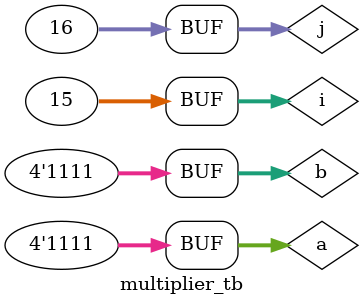
<source format=sv>
`timescale 1ns / 1ps

module multiplier #(parameter bus = 4)(
	input [bus-1:0] a, b,

	output logic [bus-1:0] result,
	output logic overflow, zero, negative, carry_out
	);

// -------------------------------------------------- mul
logic [bus-1:0] extra;
assign {extra, carry_out, result} = a * b;
// -------------------------------------------------- flags
logic mul_nzero;
// overflow
assign mul_nzero = a != {bus{1'b0}};
assign overflow = mul_nzero? (result / a) != b : 1'b0;
// zero
assign zero = (a == {bus{1'b0}}) || (b == {bus{1'b0}});
// negative
assign negative = result[bus-1];

endmodule

// --------------------------------------------------

module multiplier_tb;
	localparam period = 10;
	parameter bus = 4;
	integer i, j;

	logic [bus-1:0] a;
	logic [bus-1:0] b;

	logic [bus-1:0] result;
	logic overflow, zero, negative, carry_out;

	multiplier #(bus) UUT (a, b, result, overflow, zero, negative, carry_out);

	initial begin
		// positive
		for (i=0; i<(2**bus); i++) begin
			a = i;
			for (j=0; j<(2**bus); j++) begin
				b = j; #period;
			end
		end

		// negative
		for (i=(2**bus)-1; i==0; i--) begin
			a = i;
			for (j=0; j<(2**bus); j++) begin
				b = j; #period;
			end
		end
	end

endmodule
</source>
